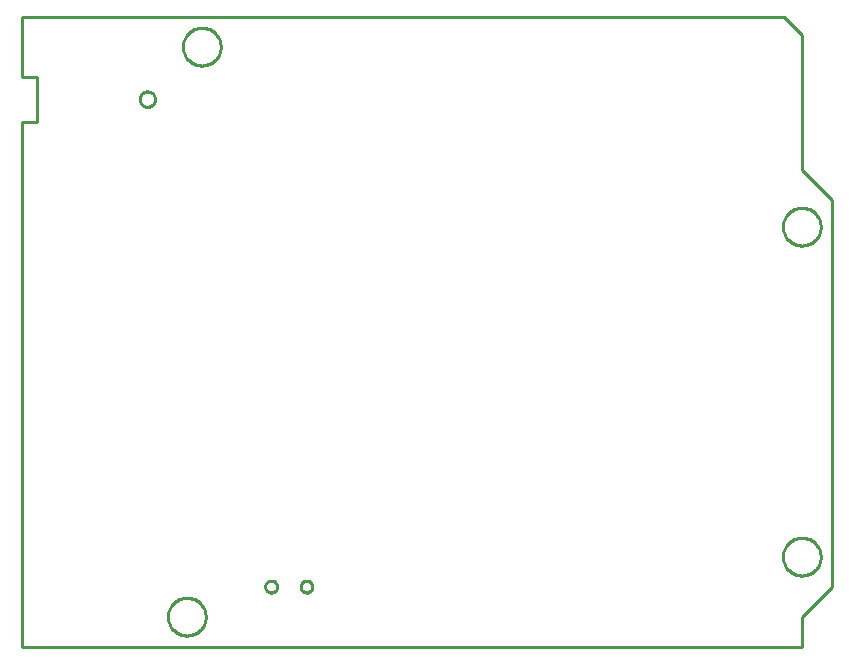
<source format=gbr>
G04 EAGLE Gerber RS-274X export*
G75*
%MOMM*%
%FSLAX34Y34*%
%LPD*%
%IN*%
%IPPOS*%
%AMOC8*
5,1,8,0,0,1.08239X$1,22.5*%
G01*
%ADD10C,0.254000*%


D10*
X0Y0D02*
X660400Y0D01*
X660400Y25400D01*
X685800Y50800D01*
X685800Y378460D01*
X660400Y403860D01*
X660400Y518160D01*
X645160Y533400D01*
X0Y533400D01*
X0Y482600D01*
X12700Y482600D01*
X12700Y444500D01*
X0Y444500D01*
X0Y0D01*
X168400Y507476D02*
X168332Y506431D01*
X168195Y505392D01*
X167990Y504365D01*
X167719Y503353D01*
X167383Y502361D01*
X166982Y501393D01*
X166518Y500454D01*
X165995Y499546D01*
X165413Y498675D01*
X164775Y497844D01*
X164084Y497057D01*
X163343Y496316D01*
X162556Y495625D01*
X161725Y494988D01*
X160854Y494406D01*
X159946Y493882D01*
X159007Y493418D01*
X158039Y493017D01*
X157047Y492681D01*
X156035Y492410D01*
X155008Y492205D01*
X153969Y492069D01*
X152924Y492000D01*
X151876Y492000D01*
X150831Y492069D01*
X149792Y492205D01*
X148765Y492410D01*
X147753Y492681D01*
X146761Y493017D01*
X145793Y493418D01*
X144854Y493882D01*
X143946Y494406D01*
X143075Y494988D01*
X142244Y495625D01*
X141457Y496316D01*
X140716Y497057D01*
X140025Y497844D01*
X139388Y498675D01*
X138806Y499546D01*
X138282Y500454D01*
X137818Y501393D01*
X137417Y502361D01*
X137081Y503353D01*
X136810Y504365D01*
X136605Y505392D01*
X136469Y506431D01*
X136400Y507476D01*
X136400Y508524D01*
X136469Y509569D01*
X136605Y510608D01*
X136810Y511635D01*
X137081Y512647D01*
X137417Y513639D01*
X137818Y514607D01*
X138282Y515546D01*
X138806Y516454D01*
X139388Y517325D01*
X140025Y518156D01*
X140716Y518943D01*
X141457Y519684D01*
X142244Y520375D01*
X143075Y521013D01*
X143946Y521595D01*
X144854Y522118D01*
X145793Y522582D01*
X146761Y522983D01*
X147753Y523319D01*
X148765Y523590D01*
X149792Y523795D01*
X150831Y523932D01*
X151876Y524000D01*
X152924Y524000D01*
X153969Y523932D01*
X155008Y523795D01*
X156035Y523590D01*
X157047Y523319D01*
X158039Y522983D01*
X159007Y522582D01*
X159946Y522118D01*
X160854Y521595D01*
X161725Y521013D01*
X162556Y520375D01*
X163343Y519684D01*
X164084Y518943D01*
X164775Y518156D01*
X165413Y517325D01*
X165995Y516454D01*
X166518Y515546D01*
X166982Y514607D01*
X167383Y513639D01*
X167719Y512647D01*
X167990Y511635D01*
X168195Y510608D01*
X168332Y509569D01*
X168400Y508524D01*
X168400Y507476D01*
X676400Y355076D02*
X676332Y354031D01*
X676195Y352992D01*
X675990Y351965D01*
X675719Y350953D01*
X675383Y349961D01*
X674982Y348993D01*
X674518Y348054D01*
X673995Y347146D01*
X673413Y346275D01*
X672775Y345444D01*
X672084Y344657D01*
X671343Y343916D01*
X670556Y343225D01*
X669725Y342588D01*
X668854Y342006D01*
X667946Y341482D01*
X667007Y341018D01*
X666039Y340617D01*
X665047Y340281D01*
X664035Y340010D01*
X663008Y339805D01*
X661969Y339669D01*
X660924Y339600D01*
X659876Y339600D01*
X658831Y339669D01*
X657792Y339805D01*
X656765Y340010D01*
X655753Y340281D01*
X654761Y340617D01*
X653793Y341018D01*
X652854Y341482D01*
X651946Y342006D01*
X651075Y342588D01*
X650244Y343225D01*
X649457Y343916D01*
X648716Y344657D01*
X648025Y345444D01*
X647388Y346275D01*
X646806Y347146D01*
X646282Y348054D01*
X645818Y348993D01*
X645417Y349961D01*
X645081Y350953D01*
X644810Y351965D01*
X644605Y352992D01*
X644469Y354031D01*
X644400Y355076D01*
X644400Y356124D01*
X644469Y357169D01*
X644605Y358208D01*
X644810Y359235D01*
X645081Y360247D01*
X645417Y361239D01*
X645818Y362207D01*
X646282Y363146D01*
X646806Y364054D01*
X647388Y364925D01*
X648025Y365756D01*
X648716Y366543D01*
X649457Y367284D01*
X650244Y367975D01*
X651075Y368613D01*
X651946Y369195D01*
X652854Y369718D01*
X653793Y370182D01*
X654761Y370583D01*
X655753Y370919D01*
X656765Y371190D01*
X657792Y371395D01*
X658831Y371532D01*
X659876Y371600D01*
X660924Y371600D01*
X661969Y371532D01*
X663008Y371395D01*
X664035Y371190D01*
X665047Y370919D01*
X666039Y370583D01*
X667007Y370182D01*
X667946Y369718D01*
X668854Y369195D01*
X669725Y368613D01*
X670556Y367975D01*
X671343Y367284D01*
X672084Y366543D01*
X672775Y365756D01*
X673413Y364925D01*
X673995Y364054D01*
X674518Y363146D01*
X674982Y362207D01*
X675383Y361239D01*
X675719Y360247D01*
X675990Y359235D01*
X676195Y358208D01*
X676332Y357169D01*
X676400Y356124D01*
X676400Y355076D01*
X676400Y75676D02*
X676332Y74631D01*
X676195Y73592D01*
X675990Y72565D01*
X675719Y71553D01*
X675383Y70561D01*
X674982Y69593D01*
X674518Y68654D01*
X673995Y67746D01*
X673413Y66875D01*
X672775Y66044D01*
X672084Y65257D01*
X671343Y64516D01*
X670556Y63825D01*
X669725Y63188D01*
X668854Y62606D01*
X667946Y62082D01*
X667007Y61618D01*
X666039Y61217D01*
X665047Y60881D01*
X664035Y60610D01*
X663008Y60405D01*
X661969Y60269D01*
X660924Y60200D01*
X659876Y60200D01*
X658831Y60269D01*
X657792Y60405D01*
X656765Y60610D01*
X655753Y60881D01*
X654761Y61217D01*
X653793Y61618D01*
X652854Y62082D01*
X651946Y62606D01*
X651075Y63188D01*
X650244Y63825D01*
X649457Y64516D01*
X648716Y65257D01*
X648025Y66044D01*
X647388Y66875D01*
X646806Y67746D01*
X646282Y68654D01*
X645818Y69593D01*
X645417Y70561D01*
X645081Y71553D01*
X644810Y72565D01*
X644605Y73592D01*
X644469Y74631D01*
X644400Y75676D01*
X644400Y76724D01*
X644469Y77769D01*
X644605Y78808D01*
X644810Y79835D01*
X645081Y80847D01*
X645417Y81839D01*
X645818Y82807D01*
X646282Y83746D01*
X646806Y84654D01*
X647388Y85525D01*
X648025Y86356D01*
X648716Y87143D01*
X649457Y87884D01*
X650244Y88575D01*
X651075Y89213D01*
X651946Y89795D01*
X652854Y90318D01*
X653793Y90782D01*
X654761Y91183D01*
X655753Y91519D01*
X656765Y91790D01*
X657792Y91995D01*
X658831Y92132D01*
X659876Y92200D01*
X660924Y92200D01*
X661969Y92132D01*
X663008Y91995D01*
X664035Y91790D01*
X665047Y91519D01*
X666039Y91183D01*
X667007Y90782D01*
X667946Y90318D01*
X668854Y89795D01*
X669725Y89213D01*
X670556Y88575D01*
X671343Y87884D01*
X672084Y87143D01*
X672775Y86356D01*
X673413Y85525D01*
X673995Y84654D01*
X674518Y83746D01*
X674982Y82807D01*
X675383Y81839D01*
X675719Y80847D01*
X675990Y79835D01*
X676195Y78808D01*
X676332Y77769D01*
X676400Y76724D01*
X676400Y75676D01*
X155700Y24876D02*
X155632Y23831D01*
X155495Y22792D01*
X155290Y21765D01*
X155019Y20753D01*
X154683Y19761D01*
X154282Y18793D01*
X153818Y17854D01*
X153295Y16946D01*
X152713Y16075D01*
X152075Y15244D01*
X151384Y14457D01*
X150643Y13716D01*
X149856Y13025D01*
X149025Y12388D01*
X148154Y11806D01*
X147246Y11282D01*
X146307Y10818D01*
X145339Y10417D01*
X144347Y10081D01*
X143335Y9810D01*
X142308Y9605D01*
X141269Y9469D01*
X140224Y9400D01*
X139176Y9400D01*
X138131Y9469D01*
X137092Y9605D01*
X136065Y9810D01*
X135053Y10081D01*
X134061Y10417D01*
X133093Y10818D01*
X132154Y11282D01*
X131246Y11806D01*
X130375Y12388D01*
X129544Y13025D01*
X128757Y13716D01*
X128016Y14457D01*
X127325Y15244D01*
X126688Y16075D01*
X126106Y16946D01*
X125582Y17854D01*
X125118Y18793D01*
X124717Y19761D01*
X124381Y20753D01*
X124110Y21765D01*
X123905Y22792D01*
X123769Y23831D01*
X123700Y24876D01*
X123700Y25924D01*
X123769Y26969D01*
X123905Y28008D01*
X124110Y29035D01*
X124381Y30047D01*
X124717Y31039D01*
X125118Y32007D01*
X125582Y32946D01*
X126106Y33854D01*
X126688Y34725D01*
X127325Y35556D01*
X128016Y36343D01*
X128757Y37084D01*
X129544Y37775D01*
X130375Y38413D01*
X131246Y38995D01*
X132154Y39518D01*
X133093Y39982D01*
X134061Y40383D01*
X135053Y40719D01*
X136065Y40990D01*
X137092Y41195D01*
X138131Y41332D01*
X139176Y41400D01*
X140224Y41400D01*
X141269Y41332D01*
X142308Y41195D01*
X143335Y40990D01*
X144347Y40719D01*
X145339Y40383D01*
X146307Y39982D01*
X147246Y39518D01*
X148154Y38995D01*
X149025Y38413D01*
X149856Y37775D01*
X150643Y37084D01*
X151384Y36343D01*
X152075Y35556D01*
X152713Y34725D01*
X153295Y33854D01*
X153818Y32946D01*
X154282Y32007D01*
X154683Y31039D01*
X155019Y30047D01*
X155290Y29035D01*
X155495Y28008D01*
X155632Y26969D01*
X155700Y25924D01*
X155700Y24876D01*
X112770Y463231D02*
X112707Y462595D01*
X112583Y461969D01*
X112397Y461358D01*
X112153Y460768D01*
X111852Y460204D01*
X111497Y459673D01*
X111092Y459180D01*
X110640Y458728D01*
X110147Y458323D01*
X109616Y457968D01*
X109052Y457667D01*
X108462Y457423D01*
X107851Y457237D01*
X107225Y457113D01*
X106589Y457050D01*
X105951Y457050D01*
X105315Y457113D01*
X104689Y457237D01*
X104078Y457423D01*
X103488Y457667D01*
X102924Y457968D01*
X102393Y458323D01*
X101900Y458728D01*
X101448Y459180D01*
X101043Y459673D01*
X100688Y460204D01*
X100387Y460768D01*
X100143Y461358D01*
X99957Y461969D01*
X99833Y462595D01*
X99770Y463231D01*
X99770Y463869D01*
X99833Y464505D01*
X99957Y465131D01*
X100143Y465742D01*
X100387Y466332D01*
X100688Y466896D01*
X101043Y467427D01*
X101448Y467920D01*
X101900Y468372D01*
X102393Y468777D01*
X102924Y469132D01*
X103488Y469433D01*
X104078Y469677D01*
X104689Y469863D01*
X105315Y469987D01*
X105951Y470050D01*
X106589Y470050D01*
X107225Y469987D01*
X107851Y469863D01*
X108462Y469677D01*
X109052Y469433D01*
X109616Y469132D01*
X110147Y468777D01*
X110640Y468372D01*
X111092Y467920D01*
X111497Y467427D01*
X111852Y466896D01*
X112153Y466332D01*
X112397Y465742D01*
X112583Y465131D01*
X112707Y464505D01*
X112770Y463869D01*
X112770Y463231D01*
X246060Y50519D02*
X245997Y49961D01*
X245872Y49414D01*
X245687Y48884D01*
X245443Y48378D01*
X245144Y47902D01*
X244794Y47463D01*
X244397Y47066D01*
X243958Y46716D01*
X243482Y46417D01*
X242976Y46173D01*
X242446Y45988D01*
X241899Y45863D01*
X241341Y45800D01*
X240779Y45800D01*
X240221Y45863D01*
X239674Y45988D01*
X239144Y46173D01*
X238638Y46417D01*
X238162Y46716D01*
X237723Y47066D01*
X237326Y47463D01*
X236976Y47902D01*
X236677Y48378D01*
X236433Y48884D01*
X236248Y49414D01*
X236123Y49961D01*
X236060Y50519D01*
X236060Y51081D01*
X236123Y51639D01*
X236248Y52186D01*
X236433Y52716D01*
X236677Y53222D01*
X236976Y53698D01*
X237326Y54137D01*
X237723Y54534D01*
X238162Y54884D01*
X238638Y55183D01*
X239144Y55427D01*
X239674Y55612D01*
X240221Y55737D01*
X240779Y55800D01*
X241341Y55800D01*
X241899Y55737D01*
X242446Y55612D01*
X242976Y55427D01*
X243482Y55183D01*
X243958Y54884D01*
X244397Y54534D01*
X244794Y54137D01*
X245144Y53698D01*
X245443Y53222D01*
X245687Y52716D01*
X245872Y52186D01*
X245997Y51639D01*
X246060Y51081D01*
X246060Y50519D01*
X216060Y50519D02*
X215997Y49961D01*
X215872Y49414D01*
X215687Y48884D01*
X215443Y48378D01*
X215144Y47902D01*
X214794Y47463D01*
X214397Y47066D01*
X213958Y46716D01*
X213482Y46417D01*
X212976Y46173D01*
X212446Y45988D01*
X211899Y45863D01*
X211341Y45800D01*
X210779Y45800D01*
X210221Y45863D01*
X209674Y45988D01*
X209144Y46173D01*
X208638Y46417D01*
X208162Y46716D01*
X207723Y47066D01*
X207326Y47463D01*
X206976Y47902D01*
X206677Y48378D01*
X206433Y48884D01*
X206248Y49414D01*
X206123Y49961D01*
X206060Y50519D01*
X206060Y51081D01*
X206123Y51639D01*
X206248Y52186D01*
X206433Y52716D01*
X206677Y53222D01*
X206976Y53698D01*
X207326Y54137D01*
X207723Y54534D01*
X208162Y54884D01*
X208638Y55183D01*
X209144Y55427D01*
X209674Y55612D01*
X210221Y55737D01*
X210779Y55800D01*
X211341Y55800D01*
X211899Y55737D01*
X212446Y55612D01*
X212976Y55427D01*
X213482Y55183D01*
X213958Y54884D01*
X214397Y54534D01*
X214794Y54137D01*
X215144Y53698D01*
X215443Y53222D01*
X215687Y52716D01*
X215872Y52186D01*
X215997Y51639D01*
X216060Y51081D01*
X216060Y50519D01*
M02*

</source>
